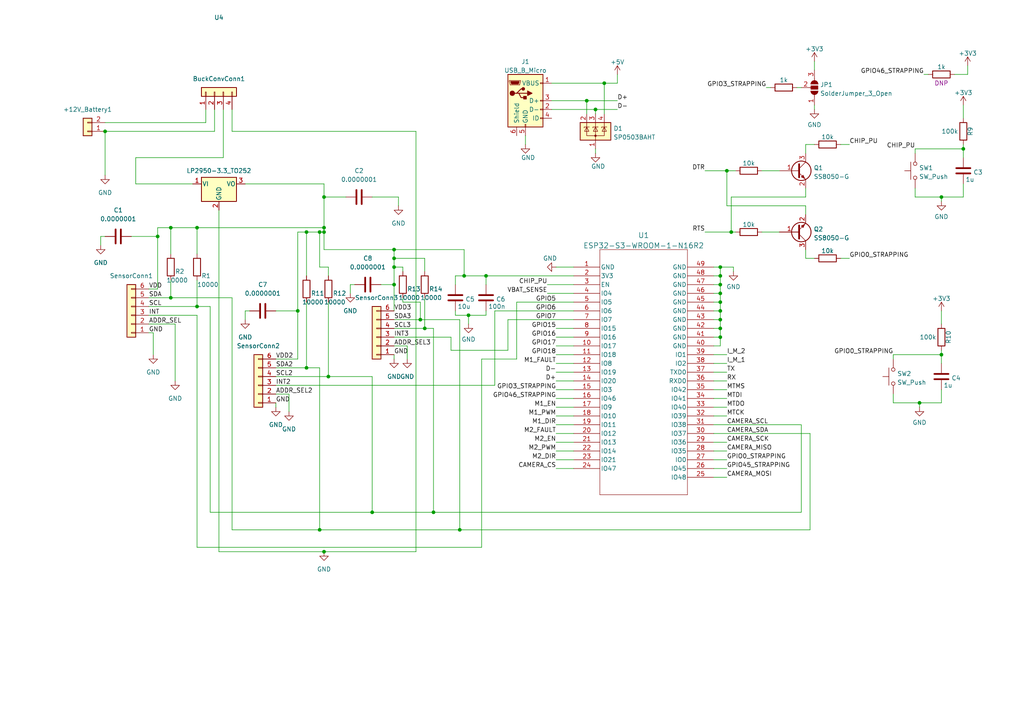
<source format=kicad_sch>
(kicad_sch (version 20230121) (generator eeschema)
  (paper "A4")
  (lib_symbols
    (symbol "Connector:USB_B_Micro" (pin_names (offset 1.016))
      (property "Reference" "J" (at -5.08 11.43 0))
      (property "Value" "USB_B_Micro" (at -5.08 8.89 0))
      (symbol "USB_B_Micro_0_1"
        (rectangle (start -5.08 -7.62) (end 5.08 7.62) (stroke (width 0.254)) (fill (type background)))
        (circle (center -3.81 2.159) (radius 0.635) (stroke (width 0.254)) (fill (type outline)))
        (circle (center -0.635 3.429) (radius 0.381) (stroke (width 0.254)) (fill (type outline)))
        (rectangle (start -0.127 -7.62) (end 0.127 -6.858))
        (polyline (pts (xy -1.905 2.159) (xy 0.635 2.159)) (stroke (width 0.254)))
        (polyline (pts (xy -3.175 2.159) (xy -2.54 2.159) (xy -1.27 3.429) (xy -0.635 3.429)) (stroke (width 0.254)))
        (polyline (pts (xy -2.54 2.159) (xy -1.905 2.159) (xy -1.27 0.889) (xy 0 0.889)) (stroke (width 0.254)))
        (polyline (pts (xy 0.635 2.794) (xy 0.635 1.524) (xy 1.905 2.159) (xy 0.635 2.794)) (stroke (width 0.254)) (fill (type outline)))
        (polyline (pts (xy -4.318 5.588) (xy -1.778 5.588) (xy -2.032 4.826) (xy -4.064 4.826) (xy -4.318 5.588)) (fill (type outline)))
        (polyline (pts (xy -4.699 5.842) (xy -4.699 5.588) (xy -4.445 4.826) (xy -4.445 4.572) (xy -1.651 4.572) (xy -1.651 4.826) (xy -1.397 5.588) (xy -1.397 5.842) (xy -4.699 5.842)))
        (rectangle (start 0.254 1.27) (end -0.508 0.508) (stroke (width 0.254)) (fill (type outline)))
        (rectangle (start 5.08 -5.207) (end 4.318 -4.953))
        (rectangle (start 5.08 -2.667) (end 4.318 -2.413))
        (rectangle (start 5.08 -0.127) (end 4.318 0.127))
        (rectangle (start 5.08 4.953) (end 4.318 5.207))
      )
      (symbol "USB_B_Micro_1_1"
        (pin power_out line (at 7.62 5.08 180) (length 2.54) (name "VBUS") (number "1"))
        (pin bidirectional line (at 7.62 -2.54 180) (length 2.54) (name "D-") (number "2"))
        (pin bidirectional line (at 7.62 0 180) (length 2.54) (name "D+") (number "3"))
        (pin passive line (at 7.62 -5.08 180) (length 2.54) (name "ID") (number "4"))
        (pin power_out line (at 0 -10.16 90) (length 2.54) (name "GND") (number "5"))
        (pin passive line (at -2.54 -10.16 90) (length 2.54) (name "Shield") (number "6"))
      )
    )
    (symbol "Connector_Generic:Conn_01x02" (pin_names (offset 1.016) hide)
      (property "Reference" "J" (at 0 2.54 0))
      (property "Value" "Conn_01x02" (at 0 -5.08 0))
      (symbol "Conn_01x02_1_1"
        (rectangle (start -1.27 -2.413) (end 0 -2.667) (stroke (width 0.1524)))
        (rectangle (start -1.27 0.127) (end 0 -0.127) (stroke (width 0.1524)))
        (rectangle (start -1.27 1.27) (end 1.27 -3.81) (stroke (width 0.254)) (fill (type background)))
        (pin passive line (at -5.08 0 0) (length 3.81) (name "Pin_1") (number "1"))
        (pin passive line (at -5.08 -2.54 0) (length 3.81) (name "Pin_2") (number "2"))
      )
    )
    (symbol "Connector_Generic:Conn_01x04" (pin_names (offset 1.016) hide)
      (property "Reference" "J" (at 0 5.08 0))
      (property "Value" "Conn_01x04" (at 0 -7.62 0))
      (symbol "Conn_01x04_1_1"
        (rectangle (start -1.27 -4.953) (end 0 -5.207) (stroke (width 0.1524)))
        (rectangle (start -1.27 -2.413) (end 0 -2.667) (stroke (width 0.1524)))
        (rectangle (start -1.27 0.127) (end 0 -0.127) (stroke (width 0.1524)))
        (rectangle (start -1.27 2.667) (end 0 2.413) (stroke (width 0.1524)))
        (rectangle (start -1.27 3.81) (end 1.27 -6.35) (stroke (width 0.254)) (fill (type background)))
        (pin passive line (at -5.08 2.54 0) (length 3.81) (name "Pin_1") (number "1"))
        (pin passive line (at -5.08 0 0) (length 3.81) (name "Pin_2") (number "2"))
        (pin passive line (at -5.08 -2.54 0) (length 3.81) (name "Pin_3") (number "3"))
        (pin passive line (at -5.08 -5.08 0) (length 3.81) (name "Pin_4") (number "4"))
      )
    )
    (symbol "Connector_Generic:Conn_01x06" (pin_names (offset 1.016) hide)
      (property "Reference" "J" (at 0 7.62 0))
      (property "Value" "Conn_01x06" (at 0 -10.16 0))
      (symbol "Conn_01x06_1_1"
        (rectangle (start -1.27 -7.493) (end 0 -7.747) (stroke (width 0.1524)))
        (rectangle (start -1.27 -4.953) (end 0 -5.207) (stroke (width 0.1524)))
        (rectangle (start -1.27 -2.413) (end 0 -2.667) (stroke (width 0.1524)))
        (rectangle (start -1.27 0.127) (end 0 -0.127) (stroke (width 0.1524)))
        (rectangle (start -1.27 2.667) (end 0 2.413) (stroke (width 0.1524)))
        (rectangle (start -1.27 5.207) (end 0 4.953) (stroke (width 0.1524)))
        (rectangle (start -1.27 6.35) (end 1.27 -8.89) (stroke (width 0.254)) (fill (type background)))
        (pin passive line (at -5.08 5.08 0) (length 3.81) (name "Pin_1") (number "1"))
        (pin passive line (at -5.08 2.54 0) (length 3.81) (name "Pin_2") (number "2"))
        (pin passive line (at -5.08 0 0) (length 3.81) (name "Pin_3") (number "3"))
        (pin passive line (at -5.08 -2.54 0) (length 3.81) (name "Pin_4") (number "4"))
        (pin passive line (at -5.08 -5.08 0) (length 3.81) (name "Pin_5") (number "5"))
        (pin passive line (at -5.08 -7.62 0) (length 3.81) (name "Pin_6") (number "6"))
      )
    )
    (symbol "Device:C" (pin_numbers hide) (pin_names (offset 0.254))
      (property "Reference" "C" (at 0.635 2.54 0))
      (property "Value" "C" (at 0.635 -2.54 0))
      (symbol "C_0_1"
        (polyline (pts (xy -2.032 -0.762) (xy 2.032 -0.762)) (stroke (width 0.508)))
        (polyline (pts (xy -2.032 0.762) (xy 2.032 0.762)) (stroke (width 0.508)))
      )
      (symbol "C_1_1"
        (pin passive line (at 0 3.81 270) (length 2.794) (name "~") (number "1"))
        (pin passive line (at 0 -3.81 90) (length 2.794) (name "~") (number "2"))
      )
    )
    (symbol "Device:Q_NPN_BEC" (pin_names (offset 0) hide)
      (property "Reference" "Q" (at 5.08 1.27 0))
      (property "Value" "Q_NPN_BEC" (at 5.08 -1.27 0))
      (symbol "Q_NPN_BEC_0_1"
        (polyline (pts (xy 0.635 0.635) (xy 2.54 2.54)))
        (polyline (pts (xy 0.635 -0.635) (xy 2.54 -2.54) (xy 2.54 -2.54)))
        (polyline (pts (xy 0.635 1.905) (xy 0.635 -1.905) (xy 0.635 -1.905)) (stroke (width 0.508)))
        (polyline (pts (xy 1.27 -1.778) (xy 1.778 -1.27) (xy 2.286 -2.286) (xy 1.27 -1.778) (xy 1.27 -1.778)) (fill (type outline)))
        (circle (center 1.27 0) (radius 2.8194) (stroke (width 0.254)))
      )
      (symbol "Q_NPN_BEC_1_1"
        (pin input line (at -5.08 0 0) (length 5.715) (name "B") (number "1"))
        (pin passive line (at 2.54 -5.08 90) (length 2.54) (name "E") (number "2"))
        (pin passive line (at 2.54 5.08 270) (length 2.54) (name "C") (number "3"))
      )
    )
    (symbol "Device:R" (pin_numbers hide) (pin_names (offset 0))
      (property "Reference" "R" (at 2.032 0 90))
      (property "Value" "R" (at 0 0 90))
      (symbol "R_0_1"
        (rectangle (start -1.016 -2.54) (end 1.016 2.54) (stroke (width 0.254)))
      )
      (symbol "R_1_1"
        (pin passive line (at 0 3.81 270) (length 1.27) (name "~") (number "1"))
        (pin passive line (at 0 -3.81 90) (length 1.27) (name "~") (number "2"))
      )
    )
    (symbol "Jumper:SolderJumper_3_Open" (pin_names (offset 0) hide)
      (property "Reference" "JP" (at -2.54 -2.54 0))
      (property "Value" "SolderJumper_3_Open" (at 0 2.794 0))
      (symbol "SolderJumper_3_Open_0_1"
        (arc (start -1.016 1.016) (mid -2.0276 0) (end -1.016 -1.016))
        (arc (start -1.016 1.016) (mid -2.0276 0) (end -1.016 -1.016) (fill (type outline)))
        (rectangle (start -0.508 1.016) (end 0.508 -1.016) (fill (type outline)))
        (polyline (pts (xy -2.54 0) (xy -2.032 0)))
        (polyline (pts (xy -1.016 1.016) (xy -1.016 -1.016)))
        (polyline (pts (xy 0 -1.27) (xy 0 -1.016)))
        (polyline (pts (xy 1.016 1.016) (xy 1.016 -1.016)))
        (polyline (pts (xy 2.54 0) (xy 2.032 0)))
        (arc (start 1.016 -1.016) (mid 2.0276 0) (end 1.016 1.016))
        (arc (start 1.016 -1.016) (mid 2.0276 0) (end 1.016 1.016) (fill (type outline)))
      )
      (symbol "SolderJumper_3_Open_1_1"
        (pin passive line (at -5.08 0 0) (length 2.54) (name "A") (number "1"))
        (pin passive line (at 0 -3.81 90) (length 2.54) (name "C") (number "2"))
        (pin passive line (at 5.08 0 180) (length 2.54) (name "B") (number "3"))
      )
    )
    (symbol "Power_Protection:SP0503BAHT" (pin_names hide)
      (property "Reference" "D" (at 5.715 2.54 0))
      (property "Value" "SP0503BAHT" (at 5.715 0.635 0))
      (symbol "SP0503BAHT_0_0"
        (pin passive line (at 0 -5.08 90) (length 2.54) (name "A") (number "1"))
      )
      (symbol "SP0503BAHT_0_1"
        (rectangle (start -4.445 2.54) (end 4.445 -2.54) (stroke (width 0.254)) (fill (type background)))
        (circle (center 0 -1.27) (radius 0.254) (fill (type outline)))
        (polyline (pts (xy -2.54 2.54) (xy -2.54 1.27)))
        (polyline (pts (xy 0 -1.27) (xy 0 -2.54)))
        (polyline (pts (xy 0 -1.27) (xy 0 1.27)))
        (polyline (pts (xy 0 2.54) (xy 0 1.27)))
        (polyline (pts (xy 0.635 1.27) (xy 0.762 1.27)))
        (polyline (pts (xy 2.54 2.54) (xy 2.54 1.27)))
        (polyline (pts (xy 0.635 1.27) (xy -0.762 1.27) (xy -0.762 1.016)))
        (polyline (pts (xy -3.302 1.016) (xy -3.302 1.27) (xy -1.905 1.27) (xy -1.778 1.27)))
        (polyline (pts (xy -2.54 1.27) (xy -2.54 -1.27) (xy 2.54 -1.27) (xy 2.54 1.27)))
        (polyline (pts (xy -2.54 1.27) (xy -1.905 0) (xy -3.175 0) (xy -2.54 1.27)))
        (polyline (pts (xy 0.635 0) (xy -0.635 0) (xy 0 1.27) (xy 0.635 0)))
        (polyline (pts (xy 1.778 1.016) (xy 1.778 1.27) (xy 3.175 1.27) (xy 3.302 1.27)))
        (polyline (pts (xy 2.54 1.27) (xy 1.905 0) (xy 3.175 0) (xy 2.54 1.27)))
      )
      (symbol "SP0503BAHT_1_1"
        (pin passive line (at -2.54 5.08 270) (length 2.54) (name "K") (number "2"))
        (pin passive line (at 0 5.08 270) (length 2.54) (name "K") (number "3"))
        (pin passive line (at 2.54 5.08 270) (length 2.54) (name "K") (number "4"))
      )
    )
    (symbol "Regulator_Linear:LP2950-3.3_TO252" (pin_names (offset 0.254))
      (property "Reference" "U" (at -3.81 3.175 0))
      (property "Value" "LP2950-3.3_TO252" (at 0 3.175 0))
      (symbol "LP2950-3.3_TO252_0_1"
        (rectangle (start -5.08 1.905) (end 5.08 -5.08) (stroke (width 0.254)) (fill (type background)))
      )
      (symbol "LP2950-3.3_TO252_1_1"
        (pin power_in line (at -7.62 0 0) (length 2.54) (name "VI") (number "1"))
        (pin power_in line (at 0 -7.62 90) (length 2.54) (name "GND") (number "2"))
        (pin power_out line (at 7.62 0 180) (length 2.54) (name "VO") (number "3"))
      )
    )
    (symbol "Switch:SW_Push" (pin_numbers hide) (pin_names (offset 1.016) hide)
      (property "Reference" "SW" (at 1.27 2.54 0))
      (property "Value" "SW_Push" (at 0 -1.524 0))
      (symbol "SW_Push_0_1"
        (circle (center -2.032 0) (radius 0.508))
        (polyline (pts (xy 0 1.27) (xy 0 3.048)))
        (polyline (pts (xy 2.54 1.27) (xy -2.54 1.27)))
        (circle (center 2.032 0) (radius 0.508))
        (pin passive line (at -5.08 0 0) (length 2.54) (name "1") (number "1"))
        (pin passive line (at 5.08 0 180) (length 2.54) (name "2") (number "2"))
      )
    )
    (symbol "basic:C" (pin_numbers hide) (pin_names (offset 0.254))
      (property "Reference" "C" (at 0.635 2.54 0))
      (symbol "C_0_1"
        (polyline (pts (xy -2.032 -0.762) (xy 2.032 -0.762)) (stroke (width 0.508)))
        (polyline (pts (xy -2.032 0.762) (xy 2.032 0.762)) (stroke (width 0.508)))
      )
      (symbol "C_1_1"
        (pin passive line (at 0 3.81 270) (length 2.794) (name "~") (number "1"))
        (pin passive line (at 0 -3.81 90) (length 2.794) (name "~") (number "2"))
      )
    )
    (symbol "basic:R" (pin_numbers hide) (pin_names (offset 0))
      (property "Value" "R" (at 0 0 90))
      (symbol "R_0_1"
        (rectangle (start -1.016 -2.54) (end 1.016 2.54) (stroke (width 0.254)))
      )
      (symbol "R_1_1"
        (pin passive line (at 0 3.81 270) (length 1.27) (name "~") (number "1"))
        (pin passive line (at 0 -3.81 90) (length 1.27) (name "~") (number "2"))
      )
    )
    (symbol "local_symbols:ESP32-S3-WROOM-1-N16R2" (pin_names (offset 0.254))
      (property "Reference" "U" (at 20.32 10.16 0))
      (property "Value" "ESP32-S3-WROOM-1-N16R2" (at 20.32 7.62 0))
      (symbol "ESP32-S3-WROOM-1-N16R2_0_1"
        (polyline (pts (xy 7.62 -66.04) (xy 33.02 -66.04)) (stroke (width 0.127)))
        (polyline (pts (xy 7.62 5.08) (xy 7.62 -66.04)) (stroke (width 0.127)))
        (polyline (pts (xy 33.02 -66.04) (xy 33.02 5.08)) (stroke (width 0.127)))
        (polyline (pts (xy 33.02 5.08) (xy 7.62 5.08)) (stroke (width 0.127)))
        (pin power_out line (at 0 0 0) (length 7.62) (name "GND") (number "1"))
        (pin bidirectional line (at 0 -22.86 0) (length 7.62) (name "IO17") (number "10"))
        (pin bidirectional line (at 0 -25.4 0) (length 7.62) (name "IO18") (number "11"))
        (pin bidirectional line (at 0 -27.94 0) (length 7.62) (name "IO8") (number "12"))
        (pin bidirectional line (at 0 -30.48 0) (length 7.62) (name "IO19") (number "13"))
        (pin bidirectional line (at 0 -33.02 0) (length 7.62) (name "IO20") (number "14"))
        (pin bidirectional line (at 0 -35.56 0) (length 7.62) (name "IO3") (number "15"))
        (pin bidirectional line (at 0 -38.1 0) (length 7.62) (name "IO46") (number "16"))
        (pin bidirectional line (at 0 -40.64 0) (length 7.62) (name "IO9") (number "17"))
        (pin bidirectional line (at 0 -43.18 0) (length 7.62) (name "IO10") (number "18"))
        (pin bidirectional line (at 0 -45.72 0) (length 7.62) (name "IO11") (number "19"))
        (pin power_in line (at 0 -2.54 0) (length 7.62) (name "3V3") (number "2"))
        (pin bidirectional line (at 0 -48.26 0) (length 7.62) (name "IO12") (number "20"))
        (pin bidirectional line (at 0 -50.8 0) (length 7.62) (name "IO13") (number "21"))
        (pin bidirectional line (at 0 -53.34 0) (length 7.62) (name "IO14") (number "22"))
        (pin bidirectional line (at 0 -55.88 0) (length 7.62) (name "IO21") (number "23"))
        (pin bidirectional line (at 0 -58.42 0) (length 7.62) (name "IO47") (number "24"))
        (pin bidirectional line (at 40.64 -60.96 180) (length 7.62) (name "IO48") (number "25"))
        (pin bidirectional line (at 40.64 -58.42 180) (length 7.62) (name "IO45") (number "26"))
        (pin bidirectional line (at 40.64 -55.88 180) (length 7.62) (name "IO0") (number "27"))
        (pin bidirectional line (at 40.64 -53.34 180) (length 7.62) (name "IO35") (number "28"))
        (pin bidirectional line (at 40.64 -50.8 180) (length 7.62) (name "IO36") (number "29"))
        (pin input line (at 0 -5.08 0) (length 7.62) (name "EN") (number "3"))
        (pin bidirectional line (at 40.64 -48.26 180) (length 7.62) (name "IO37") (number "30"))
        (pin bidirectional line (at 40.64 -45.72 180) (length 7.62) (name "IO38") (number "31"))
        (pin bidirectional line (at 40.64 -43.18 180) (length 7.62) (name "IO39") (number "32"))
        (pin bidirectional line (at 40.64 -40.64 180) (length 7.62) (name "IO40") (number "33"))
        (pin bidirectional line (at 40.64 -38.1 180) (length 7.62) (name "IO41") (number "34"))
        (pin bidirectional line (at 40.64 -35.56 180) (length 7.62) (name "IO42") (number "35"))
        (pin bidirectional line (at 40.64 -33.02 180) (length 7.62) (name "RXD0") (number "36"))
        (pin bidirectional line (at 40.64 -30.48 180) (length 7.62) (name "TXD0") (number "37"))
        (pin bidirectional line (at 40.64 -27.94 180) (length 7.62) (name "IO2") (number "38"))
        (pin bidirectional line (at 40.64 -25.4 180) (length 7.62) (name "IO1") (number "39"))
        (pin bidirectional line (at 0 -7.62 0) (length 7.62) (name "IO4") (number "4"))
        (pin power_out line (at 40.64 -22.86 180) (length 7.62) (name "GND") (number "40"))
        (pin power_out line (at 40.64 -20.32 180) (length 7.62) (name "GND") (number "41"))
        (pin power_out line (at 40.64 -17.78 180) (length 7.62) (name "GND") (number "42"))
        (pin power_out line (at 40.64 -15.24 180) (length 7.62) (name "GND") (number "43"))
        (pin power_out line (at 40.64 -12.7 180) (length 7.62) (name "GND") (number "44"))
        (pin power_out line (at 40.64 -10.16 180) (length 7.62) (name "GND") (number "45"))
        (pin power_out line (at 40.64 -7.62 180) (length 7.62) (name "GND") (number "46"))
        (pin power_out line (at 40.64 -5.08 180) (length 7.62) (name "GND") (number "47"))
        (pin power_out line (at 40.64 -2.54 180) (length 7.62) (name "GND") (number "48"))
        (pin power_out line (at 40.64 0 180) (length 7.62) (name "GND") (number "49"))
        (pin bidirectional line (at 0 -10.16 0) (length 7.62) (name "IO5") (number "5"))
        (pin bidirectional line (at 0 -12.7 0) (length 7.62) (name "IO6") (number "6"))
        (pin bidirectional line (at 0 -15.24 0) (length 7.62) (name "IO7") (number "7"))
        (pin bidirectional line (at 0 -17.78 0) (length 7.62) (name "IO15") (number "8"))
        (pin bidirectional line (at 0 -20.32 0) (length 7.62) (name "IO16") (number "9"))
      )
    )
    (symbol "power:+3V3" (power) (pin_names (offset 0))
      (property "Value" "+3V3" (at 0 3.556 0))
      (symbol "+3V3_0_1"
        (polyline (pts (xy -0.762 1.27) (xy 0 2.54)))
        (polyline (pts (xy 0 0) (xy 0 2.54)))
        (polyline (pts (xy 0 2.54) (xy 0.762 1.27)))
      )
      (symbol "+3V3_1_1"
        (pin power_in line (at 0 0 90) (length 0) hide (name "+3V3") (number "1"))
      )
    )
    (symbol "power:+5V" (power) (pin_names (offset 0))
      (property "Value" "+5V" (at 0 3.556 0))
      (symbol "+5V_0_1"
        (polyline (pts (xy -0.762 1.27) (xy 0 2.54)))
        (polyline (pts (xy 0 0) (xy 0 2.54)))
        (polyline (pts (xy 0 2.54) (xy 0.762 1.27)))
      )
      (symbol "+5V_1_1"
        (pin power_in line (at 0 0 90) (length 0) hide (name "+5V") (number "1"))
      )
    )
    (symbol "power:GND" (power) (pin_names (offset 0))
      (property "Value" "GND" (at 0 -3.81 0))
      (symbol "GND_0_1"
        (polyline (pts (xy 0 0) (xy 0 -1.27) (xy 1.27 -1.27) (xy 0 -2.54) (xy -1.27 -1.27) (xy 0 -1.27)))
      )
      (symbol "GND_1_1"
        (pin power_in line (at 0 0 270) (length 0) hide (name "GND") (number "1"))
      )
    )
  )
  (junction (at 92.71 153.67))
  (junction (at 134.62 80.01))
  (junction (at 88.9 106.68))
  (junction (at 57.15 88.9))
  (junction (at 107.95 148.59))
  (junction (at 125.73 148.59))
  (junction (at 170.18 29.21))
  (junction (at 88.9 67.31))
  (junction (at 273.05 102.87))
  (junction (at 208.915 85.09))
  (junction (at 93.98 66.04))
  (junction (at 57.15 66.04))
  (junction (at 114.3 74.93))
  (junction (at 175.26 24.13))
  (junction (at 208.915 90.17))
  (junction (at 114.3 77.47))
  (junction (at 208.915 92.71))
  (junction (at 273.05 57.15))
  (junction (at 208.915 87.63))
  (junction (at 92.71 67.31))
  (junction (at 208.915 80.01))
  (junction (at 114.3 82.55))
  (junction (at 123.19 95.25))
  (junction (at 93.98 160.02))
  (junction (at 30.48 38.1))
  (junction (at 208.915 97.79))
  (junction (at 45.72 68.58))
  (junction (at 212.09 67.31))
  (junction (at 93.98 57.15))
  (junction (at 95.25 109.22))
  (junction (at 49.53 86.36))
  (junction (at 133.35 153.67))
  (junction (at 140.97 80.01))
  (junction (at 114.3 72.39))
  (junction (at 279.4 43.18))
  (junction (at 208.915 82.55))
  (junction (at 210.82 49.53))
  (junction (at 49.53 66.04))
  (junction (at 135.89 91.44))
  (junction (at 172.72 31.75))
  (junction (at 266.7 116.84))
  (junction (at 86.36 90.17))
  (junction (at 121.92 92.71))
  (junction (at 208.915 95.25))
  (junction (at 208.915 77.47))
  (junction (at 93.98 67.31))
  (wire (pts (xy 92.71 153.67) (xy 133.35 153.67)))
  (wire (pts (xy 135.89 91.44) (xy 135.89 93.98)))
  (wire (pts (xy 135.89 91.44) (xy 140.97 91.44)))
  (wire (pts (xy 71.12 53.34) (xy 93.98 53.34)))
  (wire (pts (xy 134.62 72.39) (xy 134.62 80.01)))
  (wire (pts (xy 123.19 86.36) (xy 123.19 95.25)))
  (wire (pts (xy 43.18 93.98) (xy 50.8 93.98)))
  (wire (pts (xy 60.96 88.9) (xy 60.96 148.59)))
  (wire (pts (xy 114.3 72.39) (xy 114.3 74.93)))
  (wire (pts (xy 147.32 101.6) (xy 147.32 92.71)))
  (wire (pts (xy 208.915 90.17) (xy 208.915 87.63)))
  (wire (pts (xy 265.43 43.18) (xy 279.4 43.18)))
  (wire (pts (xy 134.62 80.01) (xy 140.97 80.01)))
  (wire (pts (xy 207.01 130.81) (xy 210.82 130.81)))
  (wire (pts (xy 114.3 92.71) (xy 121.92 92.71)))
  (wire (pts (xy 273.05 113.03) (xy 273.05 116.84)))
  (wire (pts (xy 276.86 21.59) (xy 280.67 21.59)))
  (wire (pts (xy 204.47 67.31) (xy 212.09 67.31)))
  (wire (pts (xy 121.92 87.63) (xy 121.92 92.71)))
  (wire (pts (xy 170.18 29.21) (xy 170.18 33.02)))
  (wire (pts (xy 132.08 91.44) (xy 135.89 91.44)))
  (wire (pts (xy 175.26 24.13) (xy 175.26 33.02)))
  (wire (pts (xy 161.29 95.25) (xy 166.37 95.25)))
  (wire (pts (xy 175.26 24.13) (xy 179.07 24.13)))
  (wire (pts (xy 67.31 86.36) (xy 67.31 153.67)))
  (wire (pts (xy 212.725 78.74) (xy 212.725 77.47)))
  (wire (pts (xy 233.68 72.39) (xy 233.68 74.93)))
  (wire (pts (xy 62.23 31.75) (xy 62.23 38.1)))
  (wire (pts (xy 93.98 72.39) (xy 93.98 67.31)))
  (wire (pts (xy 49.53 66.04) (xy 49.53 73.66)))
  (wire (pts (xy 80.01 116.84) (xy 80.01 118.11)))
  (wire (pts (xy 72.39 90.17) (xy 71.12 90.17)))
  (wire (pts (xy 204.47 49.53) (xy 210.82 49.53)))
  (wire (pts (xy 207.01 138.43) (xy 210.82 138.43)))
  (wire (pts (xy 236.22 30.48) (xy 236.22 31.75)))
  (wire (pts (xy 93.98 57.15) (xy 93.98 66.04)))
  (wire (pts (xy 207.01 110.49) (xy 210.82 110.49)))
  (wire (pts (xy 133.35 153.67) (xy 234.95 153.67)))
  (wire (pts (xy 116.84 77.47) (xy 114.3 77.47)))
  (wire (pts (xy 43.18 96.52) (xy 44.45 96.52)))
  (wire (pts (xy 232.41 148.59) (xy 232.41 123.19)))
  (wire (pts (xy 125.73 95.25) (xy 125.73 148.59)))
  (wire (pts (xy 88.9 67.31) (xy 92.71 67.31)))
  (wire (pts (xy 57.15 158.75) (xy 57.15 91.44)))
  (wire (pts (xy 172.72 31.75) (xy 172.72 33.02)))
  (wire (pts (xy 161.29 110.49) (xy 166.37 110.49)))
  (wire (pts (xy 80.01 90.17) (xy 86.36 90.17)))
  (wire (pts (xy 114.3 95.25) (xy 123.19 95.25)))
  (wire (pts (xy 30.48 68.58) (xy 29.21 68.58)))
  (wire (pts (xy 95.25 87.63) (xy 95.25 109.22)))
  (wire (pts (xy 207.01 128.27) (xy 210.82 128.27)))
  (wire (pts (xy 160.02 24.13) (xy 175.26 24.13)))
  (wire (pts (xy 207.01 115.57) (xy 210.82 115.57)))
  (wire (pts (xy 233.68 41.91) (xy 233.68 44.45)))
  (wire (pts (xy 279.4 43.18) (xy 279.4 45.72)))
  (wire (pts (xy 279.4 30.48) (xy 279.4 34.29)))
  (wire (pts (xy 116.84 87.63) (xy 121.92 87.63)))
  (wire (pts (xy 265.43 57.15) (xy 273.05 57.15)))
  (wire (pts (xy 161.29 123.19) (xy 166.37 123.19)))
  (wire (pts (xy 208.915 95.25) (xy 208.915 92.71)))
  (wire (pts (xy 212.09 67.31) (xy 213.36 67.31)))
  (wire (pts (xy 140.97 80.01) (xy 140.97 82.55)))
  (wire (pts (xy 161.29 133.35) (xy 166.37 133.35)))
  (wire (pts (xy 158.75 82.55) (xy 166.37 82.55)))
  (wire (pts (xy 45.72 83.82) (xy 45.72 68.58)))
  (wire (pts (xy 280.67 19.05) (xy 280.67 21.59)))
  (wire (pts (xy 43.18 86.36) (xy 49.53 86.36)))
  (wire (pts (xy 125.73 148.59) (xy 232.41 148.59)))
  (wire (pts (xy 265.43 44.45) (xy 265.43 43.18)))
  (wire (pts (xy 267.97 21.59) (xy 269.24 21.59)))
  (wire (pts (xy 161.29 115.57) (xy 166.37 115.57)))
  (wire (pts (xy 60.96 148.59) (xy 107.95 148.59)))
  (wire (pts (xy 140.97 90.17) (xy 140.97 91.44)))
  (wire (pts (xy 62.23 38.1) (xy 30.48 38.1)))
  (wire (pts (xy 161.29 120.65) (xy 166.37 120.65)))
  (wire (pts (xy 266.7 116.84) (xy 266.7 118.11)))
  (wire (pts (xy 161.29 128.27) (xy 166.37 128.27)))
  (wire (pts (xy 30.48 35.56) (xy 59.69 35.56)))
  (wire (pts (xy 273.05 116.84) (xy 266.7 116.84)))
  (wire (pts (xy 231.14 25.4) (xy 232.41 25.4)))
  (wire (pts (xy 234.95 153.67) (xy 234.95 125.73)))
  (wire (pts (xy 30.48 38.1) (xy 30.48 50.8)))
  (wire (pts (xy 279.4 57.15) (xy 273.05 57.15)))
  (wire (pts (xy 143.51 111.76) (xy 143.51 90.17)))
  (wire (pts (xy 259.08 116.84) (xy 266.7 116.84)))
  (wire (pts (xy 243.84 41.91) (xy 246.38 41.91)))
  (wire (pts (xy 114.3 82.55) (xy 114.3 90.17)))
  (wire (pts (xy 161.29 97.79) (xy 166.37 97.79)))
  (wire (pts (xy 123.19 95.25) (xy 125.73 95.25)))
  (wire (pts (xy 212.09 57.15) (xy 212.09 67.31)))
  (wire (pts (xy 132.08 80.01) (xy 134.62 80.01)))
  (wire (pts (xy 95.25 77.47) (xy 92.71 77.47)))
  (wire (pts (xy 118.11 100.33) (xy 118.11 104.14)))
  (wire (pts (xy 207.01 102.87) (xy 210.82 102.87)))
  (wire (pts (xy 207.01 90.17) (xy 208.915 90.17)))
  (wire (pts (xy 160.02 31.75) (xy 172.72 31.75)))
  (wire (pts (xy 67.31 153.67) (xy 92.71 153.67)))
  (wire (pts (xy 273.05 57.15) (xy 273.05 58.42)))
  (wire (pts (xy 207.01 100.33) (xy 208.915 100.33)))
  (wire (pts (xy 59.69 31.75) (xy 59.69 35.56)))
  (wire (pts (xy 114.3 100.33) (xy 118.11 100.33)))
  (wire (pts (xy 207.01 113.03) (xy 210.82 113.03)))
  (wire (pts (xy 45.72 66.04) (xy 49.53 66.04)))
  (wire (pts (xy 80.01 114.3) (xy 83.82 114.3)))
  (wire (pts (xy 92.71 77.47) (xy 92.71 67.31)))
  (wire (pts (xy 71.12 90.17) (xy 71.12 92.71)))
  (wire (pts (xy 29.21 68.58) (xy 29.21 71.12)))
  (wire (pts (xy 207.01 82.55) (xy 208.915 82.55)))
  (wire (pts (xy 139.7 104.14) (xy 149.86 104.14)))
  (wire (pts (xy 161.29 77.47) (xy 166.37 77.47)))
  (wire (pts (xy 161.29 107.95) (xy 166.37 107.95)))
  (wire (pts (xy 147.32 92.71) (xy 166.37 92.71)))
  (wire (pts (xy 140.97 80.01) (xy 166.37 80.01)))
  (wire (pts (xy 114.3 72.39) (xy 134.62 72.39)))
  (wire (pts (xy 107.95 148.59) (xy 125.73 148.59)))
  (wire (pts (xy 86.36 90.17) (xy 86.36 67.31)))
  (wire (pts (xy 161.29 105.41) (xy 166.37 105.41)))
  (wire (pts (xy 220.98 67.31) (xy 226.06 67.31)))
  (wire (pts (xy 143.51 90.17) (xy 166.37 90.17)))
  (wire (pts (xy 208.915 77.47) (xy 208.915 80.01)))
  (wire (pts (xy 179.07 21.59) (xy 179.07 24.13)))
  (wire (pts (xy 38.1 68.58) (xy 45.72 68.58)))
  (wire (pts (xy 93.98 57.15) (xy 93.98 53.34)))
  (wire (pts (xy 259.08 114.3) (xy 259.08 116.84)))
  (wire (pts (xy 207.01 133.35) (xy 210.82 133.35)))
  (wire (pts (xy 273.05 102.87) (xy 273.05 105.41)))
  (wire (pts (xy 149.86 87.63) (xy 166.37 87.63)))
  (wire (pts (xy 101.6 82.55) (xy 101.6 85.09)))
  (wire (pts (xy 207.01 95.25) (xy 208.915 95.25)))
  (wire (pts (xy 49.53 86.36) (xy 67.31 86.36)))
  (wire (pts (xy 133.35 92.71) (xy 133.35 153.67)))
  (wire (pts (xy 207.01 118.11) (xy 210.82 118.11)))
  (wire (pts (xy 207.01 92.71) (xy 208.915 92.71)))
  (wire (pts (xy 45.72 68.58) (xy 45.72 66.04)))
  (wire (pts (xy 233.68 57.15) (xy 212.09 57.15)))
  (wire (pts (xy 64.77 31.75) (xy 64.77 45.72)))
  (wire (pts (xy 160.02 29.21) (xy 170.18 29.21)))
  (wire (pts (xy 39.37 45.72) (xy 39.37 53.34)))
  (wire (pts (xy 43.18 88.9) (xy 57.15 88.9)))
  (wire (pts (xy 210.82 49.53) (xy 213.36 49.53)))
  (wire (pts (xy 208.915 85.09) (xy 208.915 82.55)))
  (wire (pts (xy 114.3 97.79) (xy 130.81 97.79)))
  (wire (pts (xy 57.15 66.04) (xy 57.15 73.66)))
  (wire (pts (xy 102.87 82.55) (xy 101.6 82.55)))
  (wire (pts (xy 161.29 130.81) (xy 166.37 130.81)))
  (wire (pts (xy 57.15 88.9) (xy 60.96 88.9)))
  (wire (pts (xy 107.95 57.15) (xy 115.57 57.15)))
  (wire (pts (xy 208.915 100.33) (xy 208.915 97.79)))
  (wire (pts (xy 80.01 109.22) (xy 95.25 109.22)))
  (wire (pts (xy 39.37 53.34) (xy 55.88 53.34)))
  (wire (pts (xy 83.82 114.3) (xy 83.82 119.38)))
  (wire (pts (xy 149.86 104.14) (xy 149.86 87.63)))
  (wire (pts (xy 207.01 120.65) (xy 210.82 120.65)))
  (wire (pts (xy 115.57 57.15) (xy 115.57 59.69)))
  (wire (pts (xy 273.05 90.17) (xy 273.05 93.98)))
  (wire (pts (xy 57.15 158.75) (xy 139.7 158.75)))
  (wire (pts (xy 279.4 53.34) (xy 279.4 57.15)))
  (wire (pts (xy 161.29 100.33) (xy 166.37 100.33)))
  (wire (pts (xy 49.53 81.28) (xy 49.53 86.36)))
  (wire (pts (xy 57.15 81.28) (xy 57.15 88.9)))
  (wire (pts (xy 80.01 111.76) (xy 143.51 111.76)))
  (wire (pts (xy 63.5 60.96) (xy 63.5 160.02)))
  (wire (pts (xy 86.36 67.31) (xy 88.9 67.31)))
  (wire (pts (xy 220.98 49.53) (xy 226.06 49.53)))
  (wire (pts (xy 236.22 41.91) (xy 233.68 41.91)))
  (wire (pts (xy 170.18 29.21) (xy 179.07 29.21)))
  (wire (pts (xy 207.01 97.79) (xy 208.915 97.79)))
  (wire (pts (xy 114.3 74.93) (xy 114.3 77.47)))
  (wire (pts (xy 233.68 74.93) (xy 236.22 74.93)))
  (wire (pts (xy 207.01 77.47) (xy 208.915 77.47)))
  (wire (pts (xy 265.43 54.61) (xy 265.43 57.15)))
  (wire (pts (xy 107.95 109.22) (xy 107.95 148.59)))
  (wire (pts (xy 116.84 86.36) (xy 116.84 87.63)))
  (wire (pts (xy 273.05 101.6) (xy 273.05 102.87)))
  (wire (pts (xy 120.65 38.1) (xy 120.65 160.02)))
  (wire (pts (xy 95.25 80.01) (xy 95.25 77.47)))
  (wire (pts (xy 233.68 54.61) (xy 233.68 57.15)))
  (wire (pts (xy 80.01 106.68) (xy 88.9 106.68)))
  (wire (pts (xy 207.01 85.09) (xy 208.915 85.09)))
  (wire (pts (xy 222.25 25.4) (xy 223.52 25.4)))
  (wire (pts (xy 161.29 113.03) (xy 166.37 113.03)))
  (wire (pts (xy 67.31 38.1) (xy 120.65 38.1)))
  (wire (pts (xy 64.77 45.72) (xy 39.37 45.72)))
  (wire (pts (xy 110.49 82.55) (xy 114.3 82.55)))
  (wire (pts (xy 116.84 78.74) (xy 116.84 77.47)))
  (wire (pts (xy 207.01 123.19) (xy 232.41 123.19)))
  (wire (pts (xy 50.8 93.98) (xy 50.8 110.49)))
  (wire (pts (xy 207.01 125.73) (xy 234.95 125.73)))
  (wire (pts (xy 123.19 78.74) (xy 123.19 74.93)))
  (wire (pts (xy 208.915 77.47) (xy 212.725 77.47)))
  (wire (pts (xy 208.915 92.71) (xy 208.915 90.17)))
  (wire (pts (xy 172.72 43.18) (xy 172.72 44.45)))
  (wire (pts (xy 123.19 74.93) (xy 114.3 74.93)))
  (wire (pts (xy 158.75 85.09) (xy 166.37 85.09)))
  (wire (pts (xy 93.98 72.39) (xy 114.3 72.39)))
  (wire (pts (xy 207.01 105.41) (xy 210.82 105.41)))
  (wire (pts (xy 67.31 31.75) (xy 67.31 38.1)))
  (wire (pts (xy 88.9 106.68) (xy 92.71 106.68)))
  (wire (pts (xy 152.4 39.37) (xy 152.4 41.91)))
  (wire (pts (xy 279.4 41.91) (xy 279.4 43.18)))
  (wire (pts (xy 120.65 160.02) (xy 93.98 160.02)))
  (wire (pts (xy 95.25 109.22) (xy 107.95 109.22)))
  (wire (pts (xy 88.9 87.63) (xy 88.9 106.68)))
  (wire (pts (xy 208.915 80.01) (xy 207.01 80.01)))
  (wire (pts (xy 92.71 67.31) (xy 93.98 67.31)))
  (wire (pts (xy 243.84 74.93) (xy 246.38 74.93)))
  (wire (pts (xy 93.98 57.15) (xy 100.33 57.15)))
  (wire (pts (xy 57.15 91.44) (xy 43.18 91.44)))
  (wire (pts (xy 80.01 104.14) (xy 86.36 104.14)))
  (wire (pts (xy 88.9 67.31) (xy 88.9 80.01)))
  (wire (pts (xy 44.45 96.52) (xy 44.45 102.87)))
  (wire (pts (xy 208.915 97.79) (xy 208.915 95.25)))
  (wire (pts (xy 233.68 59.69) (xy 210.82 59.69)))
  (wire (pts (xy 161.29 102.87) (xy 166.37 102.87)))
  (wire (pts (xy 132.08 90.17) (xy 132.08 91.44)))
  (wire (pts (xy 114.3 77.47) (xy 114.3 82.55)))
  (wire (pts (xy 49.53 66.04) (xy 57.15 66.04)))
  (wire (pts (xy 132.08 82.55) (xy 132.08 80.01)))
  (wire (pts (xy 63.5 160.02) (xy 93.98 160.02)))
  (wire (pts (xy 172.72 31.75) (xy 179.07 31.75)))
  (wire (pts (xy 121.92 92.71) (xy 133.35 92.71)))
  (wire (pts (xy 210.82 59.69) (xy 210.82 49.53)))
  (wire (pts (xy 259.08 102.87) (xy 273.05 102.87)))
  (wire (pts (xy 86.36 104.14) (xy 86.36 90.17)))
  (wire (pts (xy 43.18 83.82) (xy 45.72 83.82)))
  (wire (pts (xy 130.81 97.79) (xy 130.81 101.6)))
  (wire (pts (xy 208.915 82.55) (xy 208.915 80.01)))
  (wire (pts (xy 161.29 118.11) (xy 166.37 118.11)))
  (wire (pts (xy 207.01 107.95) (xy 210.82 107.95)))
  (wire (pts (xy 57.15 66.04) (xy 93.98 66.04)))
  (wire (pts (xy 93.98 67.31) (xy 93.98 66.04)))
  (wire (pts (xy 139.7 158.75) (xy 139.7 104.14)))
  (wire (pts (xy 92.71 106.68) (xy 92.71 153.67)))
  (wire (pts (xy 161.29 135.89) (xy 166.37 135.89)))
  (wire (pts (xy 207.01 135.89) (xy 210.82 135.89)))
  (wire (pts (xy 161.29 125.73) (xy 166.37 125.73)))
  (wire (pts (xy 233.68 62.23) (xy 233.68 59.69)))
  (wire (pts (xy 236.22 17.78) (xy 236.22 20.32)))
  (wire (pts (xy 208.915 87.63) (xy 208.915 85.09)))
  (wire (pts (xy 114.3 102.87) (xy 114.3 104.14)))
  (wire (pts (xy 130.81 101.6) (xy 147.32 101.6)))
  (wire (pts (xy 207.01 87.63) (xy 208.915 87.63)))
  (wire (pts (xy 259.08 104.14) (xy 259.08 102.87)))
  (label "GPIO18" (at 161.29 102.87 180))
  (label "CHIP_PU" (at 265.43 43.18 180))
  (label "VDD2" (at 80.01 104.14 0))
  (label "CAMERA_SDA" (at 210.82 125.73 0))
  (label "RTS" (at 204.47 67.31 180))
  (label "GPIO46_STRAPPING" (at 267.97 21.59 180))
  (label "SCL3" (at 114.3 95.25 0))
  (label "M2_DIR" (at 161.29 133.35 180))
  (label "MTMS" (at 210.82 113.03 0))
  (label "INT" (at 43.18 91.44 0))
  (label "ADDR_SEL3" (at 114.3 100.33 0))
  (label "GPIO45_STRAPPING" (at 210.82 135.89 0))
  (label "GND" (at 80.01 116.84 0))
  (label "DTR" (at 204.47 49.53 180))
  (label "ADDR_SEL" (at 43.18 93.98 0))
  (label "TX" (at 210.82 107.95 0))
  (label "GND" (at 114.3 102.87 0))
  (label "SDA2" (at 80.01 106.68 0))
  (label "ADDR_SEL2" (at 80.01 114.3 0))
  (label "SDA" (at 43.18 86.36 0))
  (label "M1_EN" (at 161.29 118.11 180))
  (label "M2_FAULT" (at 161.29 125.73 180))
  (label "GPIO46_STRAPPING" (at 161.29 115.57 180))
  (label "CHIP_PU" (at 246.38 41.91 0))
  (label "CAMERA_SCL" (at 210.82 123.19 0))
  (label "D-" (at 179.07 31.75 0))
  (label "SCL" (at 43.18 88.9 0))
  (label "D+" (at 161.29 110.49 180))
  (label "VDD" (at 43.18 83.82 0))
  (label "SCL2" (at 80.01 109.22 0))
  (label "GPIO16" (at 161.29 97.79 180))
  (label "CAMERA_MOSI" (at 210.82 138.43 0))
  (label "VBAT_SENSE" (at 158.75 85.09 180))
  (label "M1_DIR" (at 161.29 123.19 180))
  (label "GPIO15" (at 161.29 95.25 180))
  (label "I_M_1" (at 210.82 105.41 0))
  (label "MTDI" (at 210.82 115.57 0))
  (label "INT2" (at 80.01 111.76 0))
  (label "GPIO0_STRAPPING" (at 246.38 74.93 0))
  (label "GPIO3_STRAPPING" (at 161.29 113.03 180))
  (label "CAMERA_MISO" (at 210.82 130.81 0))
  (label "MTCK" (at 210.82 120.65 0))
  (label "M2_PWM" (at 161.29 130.81 180))
  (label "CAMERA_CS" (at 161.29 135.89 180))
  (label "GPIO17" (at 161.29 100.33 180))
  (label "GPIO0_STRAPPING" (at 210.82 133.35 0))
  (label "MTDO" (at 210.82 118.11 0))
  (label "GPIO0_STRAPPING" (at 259.08 102.87 180))
  (label "CHIP_PU" (at 158.75 82.55 180))
  (label "INT3" (at 114.3 97.79 0))
  (label "M1_PWM" (at 161.29 120.65 180))
  (label "GPIO7" (at 161.29 92.71 180))
  (label "M2_EN" (at 161.29 128.27 180))
  (label "GPIO5" (at 161.29 87.63 180))
  (label "GPIO3_STRAPPING" (at 222.25 25.4 180))
  (label "RX" (at 210.82 110.49 0))
  (label "D-" (at 161.29 107.95 180))
  (label "VDD3" (at 114.3 90.17 0))
  (label "SDA3" (at 114.3 92.71 0))
  (label "GPIO6" (at 161.29 90.17 180))
  (label "I_M_2" (at 210.82 102.87 0))
  (label "D+" (at 179.07 29.21 0))
  (label "GND" (at 43.18 96.52 0))
  (label "CAMERA_SCK" (at 210.82 128.27 0))
  (label "M1_FAULT" (at 161.29 105.41 180))
  (symbol (lib_id "basic:C") (at 140.97 86.36 0) (unit 1)
    (property "Reference" "C6" (at 143.891 86.7938 0) (effects (justify left)))
    (property "Value" "100n" (at 141.605 88.9 0) (effects (justify left)))
    (property "Footprint" "Capacitor_SMD:C_0805_2012Metric" (effects hide))
  )
  (symbol (lib_id "power:GND") (at 115.57 59.69 0) (unit 1)
    (property "Reference" "#PWR04" (effects hide))
    (property "Value" "GND" (at 115.57 64.77 0))
  )
  (symbol (lib_id "Power_Protection:SP0503BAHT") (at 172.72 38.1 0) (unit 1)
    (property "Reference" "D1" (at 177.927 37.2653 0) (effects (justify left)))
    (property "Value" "SP0503BAHT" (at 177.927 39.8022 0) (effects (justify left)))
    (property "Footprint" "Package_TO_SOT_SMD:SOT-143" (effects hide))
    (property "Datasheet" "http://www.littelfuse.com/~/media/files/littelfuse/technical%20resources/documents/data%20sheets/sp05xxba.pdf" (effects hide))
  )
  (symbol (lib_id "power:GND") (at 273.05 58.42 0) (unit 1)
    (property "Reference" "#PWR010" (effects hide))
    (property "Value" "GND" (at 273.05 62.8634 0))
  )
  (symbol (lib_id "power:GND") (at 266.7 118.11 0) (unit 1)
    (property "Reference" "#PWR011" (effects hide))
    (property "Value" "GND" (at 266.7 122.5534 0))
  )
  (symbol (lib_id "power:GND") (at 118.11 104.14 0) (unit 1)
    (property "Reference" "#PWR025" (effects hide))
    (property "Value" "GND" (at 118.11 109.22 0))
  )
  (symbol (lib_id "power:+3V3") (at 273.05 90.17 0) (unit 1)
    (property "Reference" "#PWR013" (effects hide))
    (property "Value" "+3V3" (at 273.05 86.5942 0))
  )
  (symbol (lib_id "power:GND") (at 83.82 119.38 0) (unit 1)
    (property "Reference" "#PWR021" (effects hide))
    (property "Value" "GND" (at 83.82 124.46 0))
  )
  (symbol (lib_id "power:GND") (at 152.4 41.91 0) (unit 1)
    (property "Reference" "#PWR018" (effects hide))
    (property "Value" "GND" (at 151.13 45.72 0) (effects (justify left)))
  )
  (symbol (lib_id "Device:C") (at 34.29 68.58 270) (unit 1)
    (property "Reference" "C1" (at 34.29 60.96 90))
    (property "Value" "0.0000001" (at 34.29 63.5 90))
    (property "Footprint" "Capacitor_SMD:C_0805_2012Metric_Pad1.18x1.45mm_HandSolder" (effects hide))
  )
  (symbol (lib_id "Switch:SW_Push") (at 265.43 49.53 90) (unit 1)
    (property "Reference" "SW1" (at 266.573 48.6953 90) (effects (justify right)))
    (property "Value" "SW_Push" (at 266.573 51.2322 90) (effects (justify right)))
    (property "Footprint" "Button_Switch_SMD:SW_SPST_B3S-1000" (effects hide))
    (property "Datasheet" "https://www.digikey.com/en/products/detail/omron-electronics-inc-emc-div/B3S-1000/20686" (effects hide))
  )
  (symbol (lib_id "local_symbols:ESP32-S3-WROOM-1-N16R2") (at 166.37 77.47 0) (unit 1)
    (property "Reference" "U1" (at 186.69 68.2424 0) (effects (font (size 1.524 1.524))))
    (property "Value" "ESP32-S3-WROOM-1-N16R2" (at 186.69 71.2358 0) (effects (font (size 1.524 1.524))))
    (property "Footprint" "local_footprints:ESP32-S3-WROOM-1_EXP" (effects hide))
    (property "Datasheet" "ESP32-S3-WROOM-1-N16R2" (effects hide))
  )
  (symbol (lib_id "power:GND") (at 161.29 77.47 270) (unit 1)
    (property "Reference" "#PWR016" (effects hide))
    (property "Value" "GND" (at 157.48 74.93 90) (effects (justify left)))
  )
  (symbol (lib_id "Device:R") (at 57.15 77.47 0) (unit 1)
    (property "Reference" "R1" (at 58.42 80.01 0) (effects (justify left)))
    (property "Value" "10000" (at 57.15 82.55 0) (effects (justify left)))
    (property "Footprint" "Resistor_SMD:R_0805_2012Metric_Pad1.20x1.40mm_HandSolder" (effects hide))
  )
  (symbol (lib_id "Jumper:SolderJumper_3_Open") (at 236.22 25.4 270) (mirror x) (unit 1)
    (property "Reference" "JP1" (at 237.871 24.5653 90) (effects (justify left)))
    (property "Value" "SolderJumper_3_Open" (at 237.871 27.1022 90) (effects (justify left)))
    (property "Footprint" "Jumper:SolderJumper-3_P2.0mm_Open_TrianglePad1.0x1.5mm" (effects hide))
  )
  (symbol (lib_id "Connector_Generic:Conn_01x06") (at 109.22 97.79 180) (unit 1)
    (property "Reference" "SensorConn3" (at 109.22 86.36 0))
    (property "Value" "Conn_01x06" (effects hide))
    (property "Footprint" "Connector_Molex:Molex_KK-254_AE-6410-06A_1x06_P2.54mm_Vertical" (effects hide))
  )
  (symbol (lib_id "basic:C") (at 273.05 109.22 0) (unit 1)
    (property "Reference" "C4" (at 275.971 109.6538 0) (effects (justify left)))
    (property "Value" "1u" (at 273.685 111.76 0) (effects (justify left)))
    (property "Footprint" "Capacitor_SMD:C_0805_2012Metric" (effects hide))
  )
  (symbol (lib_id "power:GND") (at 93.98 160.02 0) (unit 1)
    (property "Reference" "#PWR02" (effects hide))
    (property "Value" "GND" (at 93.98 165.1 0))
  )
  (symbol (lib_id "basic:R") (at 217.17 67.31 90) (unit 1)
    (property "Reference" "R5" (effects hide))
    (property "Value" "10k" (at 217.17 65.1312 90))
    (property "Footprint" "Resistor_SMD:R_0805_2012Metric" (effects hide))
  )
  (symbol (lib_id "Device:R") (at 95.25 83.82 0) (unit 1)
    (property "Reference" "R12" (at 96.52 85.09 0) (effects (justify left)))
    (property "Value" "10000" (at 93.98 87.63 0) (effects (justify left)))
    (property "Footprint" "Resistor_SMD:R_0805_2012Metric_Pad1.20x1.40mm_HandSolder" (effects hide))
  )
  (symbol (lib_id "Regulator_Linear:LP2950-3.3_TO252") (at 63.5 53.34 0) (unit 1)
    (property "Reference" "U4" (at 63.5 5.08 0))
    (property "Value" "LP2950-3.3_TO252" (at 63.5 49.53 0))
    (property "Footprint" "Connector_Molex:Molex_KK-254_AE-6410-03A_1x03_P2.54mm_Vertical" (effects hide))
    (property "Datasheet" "http://www.ti.com/lit/ds/symlink/lp2950.pdf" (effects hide))
  )
  (symbol (lib_id "Device:R") (at 116.84 82.55 0) (unit 1)
    (property "Reference" "R13" (at 118.11 83.82 0) (effects (justify left)))
    (property "Value" "10000" (at 115.57 86.36 0) (effects (justify left)))
    (property "Footprint" "Resistor_SMD:R_0805_2012Metric_Pad1.20x1.40mm_HandSolder" (effects hide))
  )
  (symbol (lib_id "basic:R") (at 217.17 49.53 90) (unit 1)
    (property "Reference" "R4" (effects hide))
    (property "Value" "10k" (at 217.17 47.3512 90))
    (property "Footprint" "Resistor_SMD:R_0805_2012Metric" (effects hide))
  )
  (symbol (lib_id "power:GND") (at 50.8 110.49 0) (unit 1)
    (property "Reference" "#PWR05" (effects hide))
    (property "Value" "GND" (at 50.8 115.57 0))
  )
  (symbol (lib_id "power:+3V3") (at 279.4 30.48 0) (unit 1)
    (property "Reference" "#PWR012" (effects hide))
    (property "Value" "+3V3" (at 279.4 26.9042 0))
  )
  (symbol (lib_id "power:+3V3") (at 280.67 19.05 0) (unit 1)
    (property "Reference" "#PWR06" (effects hide))
    (property "Value" "+3V3" (at 280.67 15.4742 0))
  )
  (symbol (lib_id "Device:C") (at 76.2 90.17 270) (unit 1)
    (property "Reference" "C7" (at 76.2 82.55 90))
    (property "Value" "0.0000001" (at 76.2 85.09 90))
    (property "Footprint" "Capacitor_SMD:C_0805_2012Metric_Pad1.18x1.45mm_HandSolder" (effects hide))
  )
  (symbol (lib_id "Device:Q_NPN_BEC") (at 231.14 67.31 0) (mirror x) (unit 1)
    (property "Reference" "Q2" (at 235.9914 66.4753 0) (effects (justify left)))
    (property "Value" "SS8050-G" (at 235.9914 69.0122 0) (effects (justify left)))
    (property "Footprint" "Package_TO_SOT_SMD:SOT-23" (effects hide))
  )
  (symbol (lib_id "power:GND") (at 44.45 102.87 0) (unit 1)
    (property "Reference" "#PWR01" (effects hide))
    (property "Value" "GND" (at 44.45 107.95 0))
  )
  (symbol (lib_id "basic:C") (at 132.08 86.36 0) (unit 1)
    (property "Reference" "C5" (at 135.001 86.7938 0) (effects (justify left)))
    (property "Value" "10u" (at 132.715 88.9 0) (effects (justify left)))
    (property "Footprint" "Capacitor_SMD:C_0805_2012Metric" (effects hide))
  )
  (symbol (lib_id "Device:C") (at 104.14 57.15 90) (unit 1)
    (property "Reference" "C2" (at 104.14 49.53 90))
    (property "Value" "0.0000001" (at 104.14 52.07 90))
    (property "Footprint" "Capacitor_SMD:C_0805_2012Metric_Pad1.18x1.45mm_HandSolder" (effects hide))
  )
  (symbol (lib_id "Switch:SW_Push") (at 259.08 109.22 90) (unit 1)
    (property "Reference" "SW2" (at 260.223 108.3853 90) (effects (justify right)))
    (property "Value" "SW_Push" (at 260.223 110.9222 90) (effects (justify right)))
    (property "Footprint" "Button_Switch_SMD:SW_SPST_B3S-1000" (effects hide))
    (property "Datasheet" "https://www.digikey.com/en/products/detail/omron-electronics-inc-emc-div/B3S-1000/20686" (effects hide))
  )
  (symbol (lib_id "Device:R") (at 49.53 77.47 0) (unit 1)
    (property "Reference" "R2" (at 50.8 78.74 0) (effects (justify left)))
    (property "Value" "10000" (at 48.26 81.28 0) (effects (justify left)))
    (property "Footprint" "Resistor_SMD:R_0805_2012Metric_Pad1.20x1.40mm_HandSolder" (effects hide))
  )
  (symbol (lib_id "basic:R") (at 240.03 74.93 90) (unit 1)
    (property "Reference" "R8" (effects hide))
    (property "Value" "10k" (at 240.03 72.7512 90))
    (property "Footprint" "Resistor_SMD:R_0805_2012Metric" (effects hide))
  )
  (symbol (lib_id "basic:R") (at 240.03 41.91 90) (unit 1)
    (property "Reference" "R7" (effects hide))
    (property "Value" "10k" (at 240.03 39.7312 90))
    (property "Footprint" "Resistor_SMD:R_0805_2012Metric" (effects hide))
  )
  (symbol (lib_id "power:GND") (at 71.12 92.71 0) (unit 1)
    (property "Reference" "#PWR022" (effects hide))
    (property "Value" "GND" (at 71.12 97.79 0))
  )
  (symbol (lib_id "Device:C") (at 106.68 82.55 270) (unit 1)
    (property "Reference" "C8" (at 106.68 74.93 90))
    (property "Value" "0.0000001" (at 106.68 77.47 90))
    (property "Footprint" "Capacitor_SMD:C_0805_2012Metric_Pad1.18x1.45mm_HandSolder" (effects hide))
  )
  (symbol (lib_id "basic:R") (at 279.4 38.1 0) (unit 1)
    (property "Reference" "R9" (at 281.432 38.1 90))
    (property "Value" "100k" (at 273.05 38.1 0) (effects (justify left)))
    (property "Footprint" "Resistor_SMD:R_0805_2012Metric" (effects hide))
  )
  (symbol (lib_id "Device:Q_NPN_BEC") (at 231.14 49.53 0) (unit 1)
    (property "Reference" "Q1" (at 235.9914 48.6953 0) (effects (justify left)))
    (property "Value" "SS8050-G" (at 235.9914 51.2322 0) (effects (justify left)))
    (property "Footprint" "Package_TO_SOT_SMD:SOT-23" (effects hide))
  )
  (symbol (lib_id "power:GND") (at 135.89 93.98 0) (unit 1)
    (property "Reference" "#PWR015" (effects hide))
    (property "Value" "GND" (at 135.89 98.4234 0))
  )
  (symbol (lib_id "power:GND") (at 80.01 118.11 0) (unit 1)
    (property "Reference" "#PWR014" (effects hide))
    (property "Value" "GND" (at 80.01 123.19 0))
  )
  (symbol (lib_id "basic:C") (at 279.4 49.53 0) (unit 1)
    (property "Reference" "C3" (at 282.321 49.9638 0) (effects (justify left)))
    (property "Value" "1u" (at 280.035 52.07 0) (effects (justify left)))
    (property "Footprint" "Capacitor_SMD:C_0805_2012Metric" (effects hide))
  )
  (symbol (lib_id "power:GND") (at 101.6 85.09 0) (unit 1)
    (property "Reference" "#PWR023" (effects hide))
    (property "Value" "GND" (at 101.6 90.17 0))
  )
  (symbol (lib_id "power:+5V") (at 179.07 21.59 0) (unit 1)
    (property "Reference" "#PWR020" (effects hide))
    (property "Value" "+5V" (at 179.07 18.0142 0))
  )
  (symbol (lib_id "basic:R") (at 227.33 25.4 90) (unit 1)
    (property "Reference" "R6" (effects hide))
    (property "Value" "1k" (at 227.33 23.2212 90))
    (property "Footprint" "Resistor_SMD:R_0805_2012Metric" (effects hide))
  )
  (symbol (lib_id "Connector_Generic:Conn_01x04") (at 62.23 26.67 90) (unit 1)
    (property "Reference" "BuckConvConn1" (at 63.5 22.86 90))
    (property "Value" "Conn_01x04" (effects hide))
    (property "Footprint" "Connector_Molex:Molex_KK-254_AE-6410-04A_1x04_P2.54mm_Vertical" (effects hide))
  )
  (symbol (lib_id "power:GND") (at 212.725 78.74 0) (unit 1)
    (property "Reference" "#PWR017" (effects hide))
    (property "Value" "GND" (at 212.725 83.1834 0))
  )
  (symbol (lib_id "Connector_Generic:Conn_01x06") (at 74.93 111.76 180) (unit 1)
    (property "Reference" "SensorConn2" (at 74.93 100.33 0))
    (property "Value" "Conn_01x06" (effects hide))
    (property "Footprint" "Connector_Molex:Molex_KK-254_AE-6410-06A_1x06_P2.54mm_Vertical" (effects hide))
  )
  (symbol (lib_id "power:GND") (at 30.48 50.8 0) (unit 1)
    (property "Reference" "#PWR07" (effects hide))
    (property "Value" "GND" (at 30.48 55.88 0))
  )
  (symbol (lib_id "Device:R") (at 123.19 82.55 0) (unit 1)
    (property "Reference" "R14" (at 124.46 83.82 0) (effects (justify left)))
    (property "Value" "10000" (at 121.92 86.36 0) (effects (justify left)))
    (property "Footprint" "Resistor_SMD:R_0805_2012Metric_Pad1.20x1.40mm_HandSolder" (effects hide))
  )
  (symbol (lib_id "Connector_Generic:Conn_01x02") (at 25.4 38.1 180) (unit 1)
    (property "Reference" "+12V_Battery1" (at 25.4 31.75 0))
    (property "Value" "Conn_01x02" (effects hide))
    (property "Footprint" "Connector_Molex:Molex_KK-254_AE-6410-02A_1x02_P2.54mm_Vertical" (effects hide))
  )
  (symbol (lib_id "power:GND") (at 29.21 71.12 0) (unit 1)
    (property "Reference" "#PWR03" (effects hide))
    (property "Value" "GND" (at 29.21 76.2 0))
  )
  (symbol (lib_id "power:GND") (at 172.72 44.45 0) (unit 1)
    (property "Reference" "#PWR019" (effects hide))
    (property "Value" "GND" (at 171.45 48.26 0) (effects (justify left)))
  )
  (symbol (lib_id "Device:R") (at 88.9 83.82 0) (unit 1)
    (property "Reference" "R11" (at 90.17 85.09 0) (effects (justify left)))
    (property "Value" "10000" (at 87.63 87.63 0) (effects (justify left)))
    (property "Footprint" "Resistor_SMD:R_0805_2012Metric_Pad1.20x1.40mm_HandSolder" (effects hide))
  )
  (symbol (lib_id "power:GND") (at 236.22 31.75 0) (unit 1)
    (property "Reference" "#PWR09" (effects hide))
    (property "Value" "GND" (at 236.22 36.1934 0))
  )
  (symbol (lib_id "power:GND") (at 114.3 104.14 0) (unit 1)
    (property "Reference" "#PWR024" (effects hide))
    (property "Value" "GND" (at 114.3 109.22 0))
  )
  (symbol (lib_id "Connector:USB_B_Micro") (at 152.4 29.21 0) (unit 1)
    (property "Reference" "J1" (at 152.4 17.8902 0))
    (property "Value" "USB_B_Micro" (at 152.4 20.4271 0))
    (property "Footprint" "Connector_USB:USB_Micro-B_Amphenol_10118194_Horizontal" (effects hide))
  )
  (symbol (lib_id "basic:R") (at 273.05 21.59 90) (unit 1)
    (property "Reference" "R3" (effects hide))
    (property "Value" "1k" (at 273.05 19.4112 90))
    (property "Footprint" "Resistor_SMD:R_0805_2012Metric" (effects hide))
    (property "Note" "DNP" (at 273.05 24.13 90))
  )
  (symbol (lib_id "power:+3V3") (at 236.22 17.78 0) (unit 1)
    (property "Reference" "#PWR08" (effects hide))
    (property "Value" "+3V3" (at 236.22 14.2042 0))
  )
  (symbol (lib_id "Connector_Generic:Conn_01x06") (at 38.1 91.44 180) (unit 1)
    (property "Reference" "SensorConn1" (at 38.1 80.01 0))
    (property "Value" "Conn_01x06" (effects hide))
    (property "Footprint" "Connector_Molex:Molex_KK-254_AE-6410-06A_1x06_P2.54mm_Vertical" (effects hide))
  )
  (symbol (lib_id "basic:R") (at 273.05 97.79 0) (unit 1)
    (property "Reference" "R10" (at 275.082 97.79 90))
    (property "Value" "100k" (at 266.7 97.79 0) (effects (justify left)))
    (property "Footprint" "Resistor_SMD:R_0805_2012Metric" (effects hide))
  )
)
</source>
